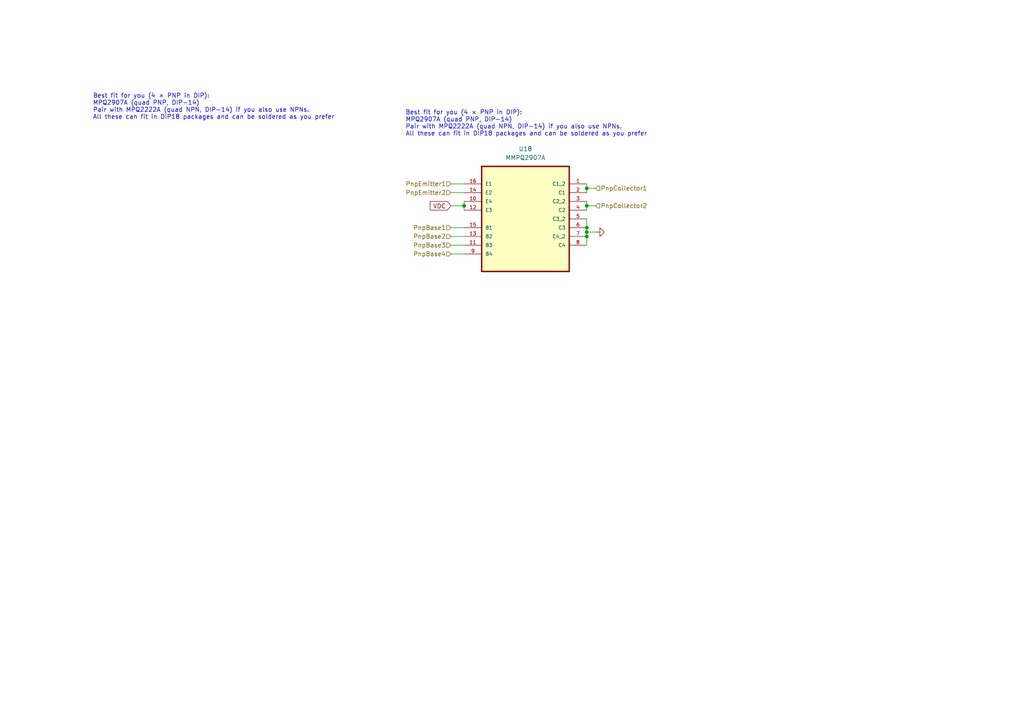
<source format=kicad_sch>
(kicad_sch (version 20250114) (generator "eeschema") (generator_version "9.0")
  (paper "A4")
  (lib_symbols
    (symbol "ktype:MMPQ2907A" (pin_names (offset 1.016))
      (property "Reference" "U16" (at 0 17.78 0))
      (property "Value" "MMPQ2907A" (at 0 15.24 0))
      (symbol "MMPQ2907A_0_0"
        (rectangle (start -12.7 -17.78) (end 12.7 12.7) (stroke (width 0.4064)) (fill (type background)))
        (pin passive line (at -17.78 7.62 0) (length 5.08) (name "E1") (number "16"))
        (pin passive line (at -17.78 5.08 0) (length 5.08) (name "E2") (number "14"))
        (pin passive line (at -17.78 2.54 0) (length 5.08) (name "E4") (number "10"))
        (pin passive line (at -17.78 0 0) (length 5.08) (name "E3") (number "12"))
        (pin passive line (at -17.78 -5.08 0) (length 5.08) (name "B1") (number "15"))
        (pin passive line (at -17.78 -7.62 0) (length 5.08) (name "B2") (number "13"))
        (pin passive line (at -17.78 -10.16 0) (length 5.08) (name "B3") (number "11"))
        (pin passive line (at -17.78 -12.7 0) (length 5.08) (name "B4") (number "9"))
        (pin passive line (at 17.78 7.62 180) (length 5.08) (name "C1_2") (number "1"))
        (pin passive line (at 17.78 5.08 180) (length 5.08) (name "C1") (number "2"))
        (pin passive line (at 17.78 2.54 180) (length 5.08) (name "C2_2") (number "3"))
        (pin passive line (at 17.78 0 180) (length 5.08) (name "C2") (number "4"))
        (pin passive line (at 17.78 -2.54 180) (length 5.08) (name "C3_2") (number "5"))
        (pin passive line (at 17.78 -5.08 180) (length 5.08) (name "C3") (number "6"))
        (pin passive line (at 17.78 -7.62 180) (length 5.08) (name "C4_2") (number "7"))
        (pin passive line (at 17.78 -10.16 180) (length 5.08) (name "C4") (number "8"))
      )
    )
    (symbol "power:GND" (power) (pin_numbers (hide yes)) (pin_names (offset 0) (hide yes))
      (property "Value" "GND" (at 0 -3.81 0))
      (symbol "GND_0_1"
        (polyline (pts (xy 0 0) (xy 0 -1.27) (xy 1.27 -1.27) (xy 0 -2.54) (xy -1.27 -1.27) (xy 0 -1.27)))
      )
      (symbol "GND_1_1"
        (pin power_in line (at 0 0 270) (length 0) (name "~") (number "1"))
      )
    )
  )
  (text "Best fit for you (4 × PNP in DIP):\nMPQ2907A (quad PNP, DIP-14)\nPair with MPQ2222A (quad NPN, DIP-14) if you also use NPNs.\nAll these can fit in DIP18 packages and can be soldered as you prefer\n" (at 117.602 35.814 0) (effects (font (size 1.27 1.27)) (justify left)))
  (text "Best fit for you (4 × PNP in DIP):\nMPQ2907A (quad PNP, DIP-14)\nPair with MPQ2222A (quad NPN, DIP-14) if you also use NPNs.\nAll these can fit in DIP18 packages and can be soldered as you prefer\n" (at 26.924 30.988 0) (effects (font (size 1.27 1.27)) (justify left)))
  (junction (at 134.62 59.69))
  (junction (at 170.18 68.58))
  (junction (at 170.18 59.69))
  (junction (at 170.18 54.61))
  (junction (at 170.18 67.31))
  (junction (at 170.18 66.04))
  (wire (pts (xy 130.81 73.66) (xy 134.62 73.66)))
  (wire (pts (xy 130.81 59.69) (xy 134.62 59.69)))
  (wire (pts (xy 170.18 59.69) (xy 172.72 59.69)))
  (wire (pts (xy 134.62 58.42) (xy 134.62 59.69)))
  (wire (pts (xy 170.18 66.04) (xy 170.18 67.31)))
  (wire (pts (xy 170.18 63.5) (xy 170.18 66.04)))
  (wire (pts (xy 170.18 58.42) (xy 170.18 59.69)))
  (wire (pts (xy 170.18 53.34) (xy 170.18 54.61)))
  (wire (pts (xy 170.18 54.61) (xy 172.72 54.61)))
  (wire (pts (xy 130.81 55.88) (xy 134.62 55.88)))
  (wire (pts (xy 170.18 67.31) (xy 170.18 68.58)))
  (wire (pts (xy 130.81 53.34) (xy 134.62 53.34)))
  (wire (pts (xy 170.18 59.69) (xy 170.18 60.96)))
  (wire (pts (xy 134.62 59.69) (xy 134.62 60.96)))
  (wire (pts (xy 130.81 66.04) (xy 134.62 66.04)))
  (wire (pts (xy 170.18 54.61) (xy 170.18 55.88)))
  (wire (pts (xy 170.18 67.31) (xy 172.72 67.31)))
  (wire (pts (xy 170.18 68.58) (xy 170.18 71.12)))
  (wire (pts (xy 130.81 71.12) (xy 134.62 71.12)))
  (wire (pts (xy 130.81 68.58) (xy 134.62 68.58)))
  (global_label "VDC" (shape input) (at 130.81 59.69 180) (property "Intersheetrefs" "${INTERSHEET_REFS}" (effects (hide yes))))
  (hierarchical_label "PnpBase4" (shape input) (at 130.81 73.66 180))
  (hierarchical_label "PnpEmitter2" (shape input) (at 130.81 55.88 180))
  (hierarchical_label "PnpBase1" (shape input) (at 130.81 66.04 180))
  (hierarchical_label "PnpBase2" (shape input) (at 130.81 68.58 180))
  (hierarchical_label "PnpBase3" (shape input) (at 130.81 71.12 180))
  (hierarchical_label "PnpEmitter1" (shape input) (at 130.81 53.34 180))
  (hierarchical_label "PnpCollector1" (shape input) (at 172.72 54.61 0))
  (hierarchical_label "PnpCollector2" (shape input) (at 172.72 59.69 0))
  (symbol (lib_id "ktype:MMPQ2907A") (at 152.4 60.96 0) (unit 1)
    (property "Reference" "U18" (at 152.4 43.18 0))
    (property "Value" "MMPQ2907A" (at 152.4 45.72 0))
    (property "Footprint" "termocuplu:SOIC127P600X175-16N" (effects (hide yes)))
    (property "MF" "ON Semiconductor" (effects (hide yes)))
    (property "Description_1" "Bipolar (BJT) Transistor Array 4 NPN (Quad) 40V 500mA 300MHz 1W Surface Mount 16-SOIC" (effects (hide yes)))
    (property "PACKAGE" "SOIC-16" (effects (hide yes)))
    (property "MPN" "MMPQ2222A" (effects (hide yes)))
    (property "Price" "None" (effects (hide yes)))
    (property "Package" "SOIC-16 ON Semiconductor" (effects (hide yes)))
    (property "OC_FARNELL" "2101390" (effects (hide yes)))
    (property "SnapEDA_Link" "https://www.snapeda.com/parts/MMPQ2222A/Onsemi/view-part/?ref=snap" (effects (hide yes)))
    (property "MP" "MMPQ2222A" (effects (hide yes)))
    (property "SUPPLIER" "FAIRCHILD SEMICONDUCTOR" (effects (hide yes)))
    (property "OC_NEWARK" "10P1562" (effects (hide yes)))
    (property "Availability" "In Stock" (effects (hide yes)))
    (property "Check_prices" "https://www.snapeda.com/parts/MMPQ2222A/Onsemi/view-part/?ref=eda" (effects (hide yes)))
  )
  (symbol (lib_id "power:GND") (at 172.72 67.31 90) (mirror x) (unit 1)
    (property "Reference" "#PWR0109" (effects (hide yes)))
    (property "Value" "GND" (effects (hide yes)))
    (property "Description" "Power symbol creates a global label with name \"GND\" , ground" (effects (hide yes)))
  )
)
</source>
